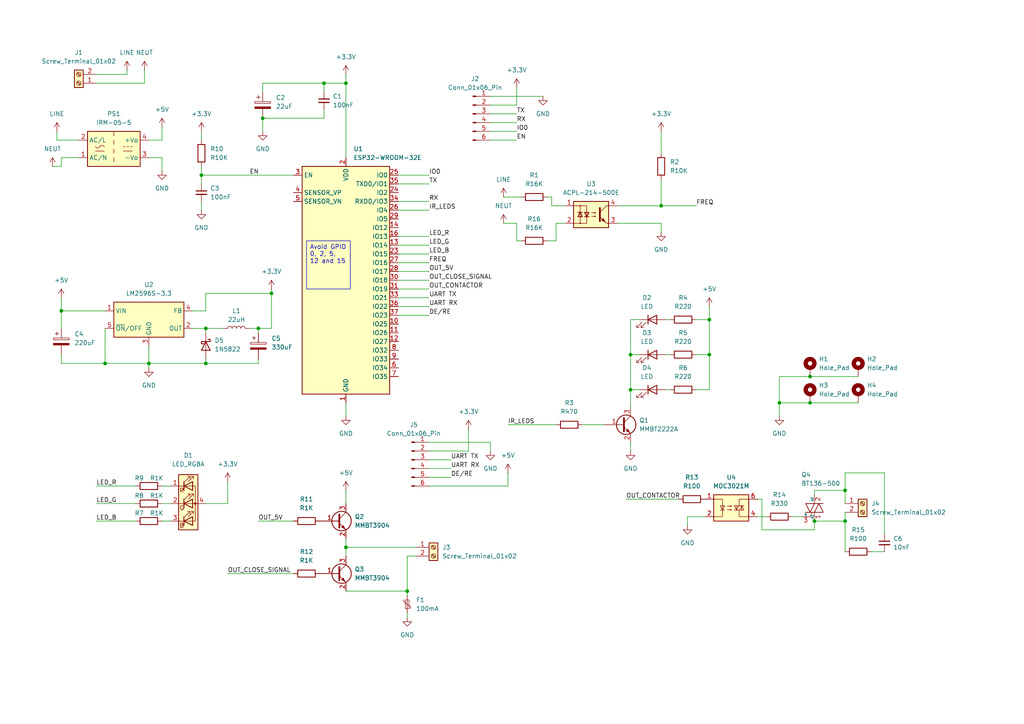
<source format=kicad_sch>
(kicad_sch (version 20231120) (generator "eeschema") (generator_version "8.0")
  (paper "A4")
  (lib_symbols
    (symbol "Connector:Conn_01x06_Pin" (pin_names (offset 1.016) hide)
      (property "Reference" "J" (at 0 7.62 0))
      (property "Value" "Conn_01x06_Pin" (at 0 -10.16 0))
      (symbol "Conn_01x06_Pin_1_1"
        (pin passive line (at 5.08 5.08 180) (length 3.81) (name "Pin_1") (number "1"))
        (pin passive line (at 5.08 2.54 180) (length 3.81) (name "Pin_2") (number "2"))
        (pin passive line (at 5.08 0 180) (length 3.81) (name "Pin_3") (number "3"))
        (pin passive line (at 5.08 -2.54 180) (length 3.81) (name "Pin_4") (number "4"))
        (pin passive line (at 5.08 -5.08 180) (length 3.81) (name "Pin_5") (number "5"))
        (pin passive line (at 5.08 -7.62 180) (length 3.81) (name "Pin_6") (number "6"))
      )
    )
    (symbol "Connector:Screw_Terminal_01x02" (pin_names (offset 1.016) hide)
      (property "Reference" "J" (at 0 2.54 0))
      (property "Value" "Screw_Terminal_01x02" (at 0 -5.08 0))
      (symbol "Screw_Terminal_01x02_1_1"
        (pin passive line (at -5.08 0 0) (length 3.81) (name "Pin_1") (number "1"))
        (pin passive line (at -5.08 -2.54 0) (length 3.81) (name "Pin_2") (number "2"))
      )
    )
    (symbol "Converter_ACDC:IRM-05-5"
      (property "Reference" "PS" (at 0 6.35 0))
      (property "Value" "IRM-05-5" (at 0 -6.35 0))
      (symbol "IRM-05-5_1_1"
        (pin power_in line (at -10.16 -2.54 0) (length 2.54) (name "AC/N") (number "1"))
        (pin power_in line (at -10.16 2.54 0) (length 2.54) (name "AC/L") (number "2"))
        (pin power_out line (at 10.16 -2.54 180) (length 2.54) (name "-Vo") (number "3"))
        (pin power_out line (at 10.16 2.54 180) (length 2.54) (name "+Vo") (number "4"))
      )
    )
    (symbol "Device:C_Polarized" (pin_numbers hide) (pin_names (offset 0.254))
      (property "Reference" "C" (at 0.635 2.54 0))
      (property "Value" "C_Polarized" (at 0.635 -2.54 0))
      (symbol "C_Polarized_1_1"
        (pin passive line (at 0 3.81 270) (length 2.794) (name "~") (number "1"))
        (pin passive line (at 0 -3.81 90) (length 2.794) (name "~") (number "2"))
      )
    )
    (symbol "Device:C_Small" (pin_numbers hide) (pin_names (offset 0.254) hide)
      (property "Reference" "C" (at 0.254 1.778 0))
      (property "Value" "C_Small" (at 0.254 -2.032 0))
      (symbol "C_Small_1_1"
        (pin passive line (at 0 2.54 270) (length 2.032) (name "~") (number "1"))
        (pin passive line (at 0 -2.54 90) (length 2.032) (name "~") (number "2"))
      )
    )
    (symbol "Device:L" (pin_numbers hide) (pin_names (offset 1.016) hide)
      (property "Reference" "L" (at -1.27 0 90))
      (property "Value" "L" (at 1.905 0 90))
      (symbol "L_1_1"
        (pin passive line (at 0 3.81 270) (length 1.27) (name "1") (number "1"))
        (pin passive line (at 0 -3.81 90) (length 1.27) (name "2") (number "2"))
      )
    )
    (symbol "Device:LED" (pin_numbers hide) (pin_names (offset 1.016) hide)
      (property "Reference" "D" (at 0 2.54 0))
      (property "Value" "LED" (at 0 -2.54 0))
      (symbol "LED_1_1"
        (pin passive line (at -3.81 0 0) (length 2.54) (name "K") (number "1"))
        (pin passive line (at 3.81 0 180) (length 2.54) (name "A") (number "2"))
      )
    )
    (symbol "Device:LED_RGBA" (pin_names (offset 0) hide)
      (property "Reference" "D" (at 0 9.398 0))
      (property "Value" "LED_RGBA" (at 0 -8.89 0))
      (symbol "LED_RGBA_0_0"
        (text "B" (at -1.905 -6.35 0) (effects (font (size 1.27 1.27))))
        (text "G" (at -1.905 -1.27 0) (effects (font (size 1.27 1.27))))
        (text "R" (at -1.905 3.81 0) (effects (font (size 1.27 1.27))))
      )
      (symbol "LED_RGBA_1_1"
        (pin passive line (at -5.08 5.08 0) (length 2.54) (name "RK") (number "1"))
        (pin passive line (at -5.08 0 0) (length 2.54) (name "GK") (number "2"))
        (pin passive line (at -5.08 -5.08 0) (length 2.54) (name "BK") (number "3"))
        (pin passive line (at 5.08 0 180) (length 2.54) (name "A") (number "4"))
      )
    )
    (symbol "Device:Polyfuse_Small" (pin_numbers hide) (pin_names (offset 0))
      (property "Reference" "F" (at -1.905 0 90))
      (property "Value" "Polyfuse_Small" (at 1.905 0 90))
      (symbol "Polyfuse_Small_1_1"
        (pin passive line (at 0 2.54 270) (length 0.635) (name "~") (number "1"))
        (pin passive line (at 0 -2.54 90) (length 0.635) (name "~") (number "2"))
      )
    )
    (symbol "Device:R" (pin_numbers hide) (pin_names (offset 0))
      (property "Reference" "R" (at 2.032 0 90))
      (property "Value" "R" (at 0 0 90))
      (symbol "R_1_1"
        (pin passive line (at 0 3.81 270) (length 1.27) (name "~") (number "1"))
        (pin passive line (at 0 -3.81 90) (length 1.27) (name "~") (number "2"))
      )
    )
    (symbol "Diode:1N5822" (pin_numbers hide) (pin_names (offset 1.016) hide)
      (property "Reference" "D" (at 0 2.54 0))
      (property "Value" "1N5822" (at 0 -2.54 0))
      (symbol "1N5822_1_1"
        (pin passive line (at -3.81 0 0) (length 2.54) (name "K") (number "1"))
        (pin passive line (at 3.81 0 180) (length 2.54) (name "A") (number "2"))
      )
    )
    (symbol "Isolator:ACPL-214-500E" (pin_names (offset 1.016))
      (property "Reference" "U" (at -5.08 5.08 0))
      (property "Value" "ACPL-214-500E" (at 0 5.08 0))
      (symbol "ACPL-214-500E_1_1"
        (pin passive line (at -7.62 2.54 0) (length 2.54) (name "~") (number "1"))
        (pin passive line (at -7.62 -2.54 0) (length 2.54) (name "~") (number "2"))
        (pin passive line (at 7.62 -2.54 180) (length 2.54) (name "~") (number "3"))
        (pin passive line (at 7.62 2.54 180) (length 2.54) (name "~") (number "4"))
      )
    )
    (symbol "Mechanical:MountingHole_Pad" (pin_numbers hide) (pin_names (offset 1.016) hide) (exclude_from_sim yes) (in_bom no)
      (property "Reference" "H" (at 0 6.35 0))
      (property "Value" "MountingHole_Pad" (at 0 4.445 0))
      (symbol "MountingHole_Pad_1_1"
        (pin input line (at 0 -2.54 90) (length 2.54) (name "1") (number "1"))
      )
    )
    (symbol "RF_Module:ESP32-WROOM-32E"
      (property "Reference" "U" (at -12.7 34.29 0))
      (property "Value" "ESP32-WROOM-32E" (at 1.27 34.29 0))
      (symbol "ESP32-WROOM-32E_1_1"
        (pin power_in line (at 0 -35.56 90) (length 2.54) (name "GND") (number "1"))
        (pin bidirectional line (at 15.24 -12.7 180) (length 2.54) (name "IO25") (number "10"))
        (pin bidirectional line (at 15.24 -15.24 180) (length 2.54) (name "IO26") (number "11"))
        (pin bidirectional line (at 15.24 -17.78 180) (length 2.54) (name "IO27") (number "12"))
        (pin bidirectional line (at 15.24 10.16 180) (length 2.54) (name "IO14") (number "13"))
        (pin bidirectional line (at 15.24 15.24 180) (length 2.54) (name "IO12") (number "14"))
        (pin passive line (at 0 -35.56 90) (length 2.54) hide (name "GND") (number "15"))
        (pin bidirectional line (at 15.24 12.7 180) (length 2.54) (name "IO13") (number "16"))
        (pin no_connect line (at -12.7 -5.08 0) (length 2.54) hide (name "NC") (number "17"))
        (pin no_connect line (at -12.7 -7.62 0) (length 2.54) hide (name "NC") (number "18"))
        (pin no_connect line (at -12.7 -12.7 0) (length 2.54) hide (name "NC") (number "19"))
        (pin power_in line (at 0 35.56 270) (length 2.54) (name "VDD") (number "2"))
        (pin no_connect line (at -12.7 -10.16 0) (length 2.54) hide (name "NC") (number "20"))
        (pin no_connect line (at -12.7 0 0) (length 2.54) hide (name "NC") (number "21"))
        (pin no_connect line (at -12.7 -2.54 0) (length 2.54) hide (name "NC") (number "22"))
        (pin bidirectional line (at 15.24 7.62 180) (length 2.54) (name "IO15") (number "23"))
        (pin bidirectional line (at 15.24 25.4 180) (length 2.54) (name "IO2") (number "24"))
        (pin bidirectional line (at 15.24 30.48 180) (length 2.54) (name "IO0") (number "25"))
        (pin bidirectional line (at 15.24 20.32 180) (length 2.54) (name "IO4") (number "26"))
        (pin bidirectional line (at 15.24 5.08 180) (length 2.54) (name "IO16") (number "27"))
        (pin bidirectional line (at 15.24 2.54 180) (length 2.54) (name "IO17") (number "28"))
        (pin bidirectional line (at 15.24 17.78 180) (length 2.54) (name "IO5") (number "29"))
        (pin input line (at -15.24 30.48 0) (length 2.54) (name "EN") (number "3"))
        (pin bidirectional line (at 15.24 0 180) (length 2.54) (name "IO18") (number "30"))
        (pin bidirectional line (at 15.24 -2.54 180) (length 2.54) (name "IO19") (number "31"))
        (pin no_connect line (at -12.7 -27.94 0) (length 2.54) hide (name "NC") (number "32"))
        (pin bidirectional line (at 15.24 -5.08 180) (length 2.54) (name "IO21") (number "33"))
        (pin bidirectional line (at 15.24 22.86 180) (length 2.54) (name "RXD0/IO3") (number "34"))
        (pin bidirectional line (at 15.24 27.94 180) (length 2.54) (name "TXD0/IO1") (number "35"))
        (pin bidirectional line (at 15.24 -7.62 180) (length 2.54) (name "IO22") (number "36"))
        (pin bidirectional line (at 15.24 -10.16 180) (length 2.54) (name "IO23") (number "37"))
        (pin passive line (at 0 -35.56 90) (length 2.54) hide (name "GND") (number "38"))
        (pin passive line (at 0 -35.56 90) (length 2.54) hide (name "GND") (number "39"))
        (pin input line (at -15.24 25.4 0) (length 2.54) (name "SENSOR_VP") (number "4"))
        (pin input line (at -15.24 22.86 0) (length 2.54) (name "SENSOR_VN") (number "5"))
        (pin input line (at 15.24 -25.4 180) (length 2.54) (name "IO34") (number "6"))
        (pin input line (at 15.24 -27.94 180) (length 2.54) (name "IO35") (number "7"))
        (pin bidirectional line (at 15.24 -20.32 180) (length 2.54) (name "IO32") (number "8"))
        (pin bidirectional line (at 15.24 -22.86 180) (length 2.54) (name "IO33") (number "9"))
      )
    )
    (symbol "Regulator_Switching:LM2596S-3.3"
      (property "Reference" "U" (at -10.16 6.35 0))
      (property "Value" "LM2596S-3.3" (at 0 6.35 0))
      (symbol "LM2596S-3.3_1_1"
        (pin power_in line (at -12.7 2.54 0) (length 2.54) (name "VIN") (number "1"))
        (pin output line (at 12.7 -2.54 180) (length 2.54) (name "OUT") (number "2"))
        (pin power_in line (at 0 -7.62 90) (length 2.54) (name "GND") (number "3"))
        (pin input line (at 12.7 2.54 180) (length 2.54) (name "FB") (number "4"))
        (pin input line (at -12.7 -2.54 0) (length 2.54) (name "~{ON}/OFF") (number "5"))
      )
    )
    (symbol "Relay_SolidState:MOC3021M"
      (property "Reference" "U" (at -5.334 4.826 0))
      (property "Value" "MOC3021M" (at 0 5.08 0))
      (symbol "MOC3021M_1_1"
        (pin passive line (at -7.62 2.54 0) (length 2.54) (name "~") (number "1"))
        (pin passive line (at -7.62 -2.54 0) (length 2.54) (name "~") (number "2"))
        (pin no_connect line (at -5.08 0 0) (length 2.54) hide (name "NC") (number "3"))
        (pin passive line (at 7.62 -2.54 180) (length 2.54) (name "~") (number "4"))
        (pin no_connect line (at 5.08 0 180) (length 2.54) hide (name "NC") (number "5"))
        (pin passive line (at 7.62 2.54 180) (length 2.54) (name "~") (number "6"))
      )
    )
    (symbol "Transistor_BJT:MMBT2222A" (pin_names (offset 0) hide)
      (property "Reference" "Q" (at 5.08 1.905 0))
      (property "Value" "MMBT2222A" (at 5.08 0 0))
      (symbol "MMBT2222A_1_1"
        (pin input line (at -5.08 0 0) (length 5.715) (name "B") (number "1"))
        (pin passive line (at 2.54 -5.08 90) (length 2.54) (name "E") (number "2"))
        (pin passive line (at 2.54 5.08 270) (length 2.54) (name "C") (number "3"))
      )
    )
    (symbol "Transistor_BJT:MMBT3904" (pin_names (offset 0) hide)
      (property "Reference" "Q" (at 5.08 1.905 0))
      (property "Value" "MMBT3904" (at 5.08 0 0))
      (symbol "MMBT3904_1_1"
        (pin input line (at -5.08 0 0) (length 5.715) (name "B") (number "1"))
        (pin passive line (at 2.54 -5.08 90) (length 2.54) (name "E") (number "2"))
        (pin passive line (at 2.54 5.08 270) (length 2.54) (name "C") (number "3"))
      )
    )
    (symbol "Triac_Thyristor:BT136-500" (pin_names (offset 0))
      (property "Reference" "Q" (at 5.08 1.905 0))
      (property "Value" "BT136-500" (at 5.08 0 0))
      (symbol "BT136-500_1_1"
        (pin passive line (at 0 -3.81 90) (length 2.54) (name "A1") (number "1"))
        (pin passive line (at 0 3.81 270) (length 2.54) (name "A2") (number "2"))
        (pin input line (at -3.81 -2.54 0) (length 2.54) (name "G") (number "3"))
      )
    )
    (symbol "power:+3.3V" (power) (pin_numbers hide) (pin_names (offset 0) hide)
      (property "Value" "+3.3V" (at 0 3.556 0))
      (symbol "+3.3V_1_1"
        (pin power_in line (at 0 0 90) (length 0) (name "~") (number "1"))
      )
    )
    (symbol "power:+5V" (power) (pin_numbers hide) (pin_names (offset 0) hide)
      (property "Value" "+5V" (at 0 3.556 0))
      (symbol "+5V_1_1"
        (pin power_in line (at 0 0 90) (length 0) (name "~") (number "1"))
      )
    )
    (symbol "power:GND" (power) (pin_numbers hide) (pin_names (offset 0) hide)
      (property "Value" "GND" (at 0 -3.81 0))
      (symbol "GND_1_1"
        (pin power_in line (at 0 0 270) (length 0) (name "~") (number "1"))
      )
    )
    (symbol "power:LINE" (power) (pin_numbers hide) (pin_names (offset 0) hide)
      (property "Value" "LINE" (at 0 3.556 0))
      (symbol "LINE_1_1"
        (pin power_in line (at 0 0 90) (length 0) (name "~") (number "1"))
      )
    )
    (symbol "power:NEUT" (power) (pin_numbers hide) (pin_names (offset 0) hide)
      (property "Value" "NEUT" (at 0 3.556 0))
      (symbol "NEUT_1_1"
        (pin power_in line (at 0 0 90) (length 0) (name "~") (number "1"))
      )
    )
  )
  (junction (at 234.95 109.22))
  (junction (at 100.33 158.75))
  (junction (at 191.77 59.69))
  (junction (at 93.98 24.13))
  (junction (at 30.48 105.41))
  (junction (at 78.74 85.09))
  (junction (at 58.42 50.8))
  (junction (at 182.88 113.03))
  (junction (at 76.2 34.29))
  (junction (at 245.11 142.24))
  (junction (at 182.88 102.87))
  (junction (at 234.95 116.84))
  (junction (at 43.18 105.41))
  (junction (at 245.11 151.13))
  (junction (at 74.93 95.25))
  (junction (at 59.69 95.25))
  (junction (at 59.69 105.41))
  (junction (at 17.78 90.17))
  (junction (at 205.74 92.71))
  (junction (at 100.33 24.13))
  (junction (at 205.74 102.87))
  (junction (at 226.06 116.84))
  (junction (at 236.22 151.13))
  (junction (at 118.11 171.45))
  (wire (pts (xy 124.46 138.43) (xy 130.81 138.43)))
  (wire (pts (xy 161.29 69.85) (xy 161.29 64.77)))
  (wire (pts (xy 252.73 160.02) (xy 256.54 160.02)))
  (wire (pts (xy 17.78 48.26) (xy 17.78 45.72)))
  (wire (pts (xy 115.57 71.12) (xy 124.46 71.12)))
  (wire (pts (xy 182.88 92.71) (xy 182.88 102.87)))
  (wire (pts (xy 46.99 146.05) (xy 49.53 146.05)))
  (wire (pts (xy 179.07 59.69) (xy 191.77 59.69)))
  (wire (pts (xy 76.2 34.29) (xy 76.2 38.1)))
  (wire (pts (xy 46.99 151.13) (xy 49.53 151.13)))
  (wire (pts (xy 205.74 102.87) (xy 205.74 113.03)))
  (wire (pts (xy 100.33 24.13) (xy 100.33 45.72)))
  (wire (pts (xy 100.33 158.75) (xy 100.33 161.29)))
  (wire (pts (xy 245.11 137.16) (xy 245.11 142.24)))
  (wire (pts (xy 182.88 113.03) (xy 185.42 113.03)))
  (wire (pts (xy 43.18 100.33) (xy 43.18 105.41)))
  (wire (pts (xy 43.18 40.64) (xy 46.99 40.64)))
  (wire (pts (xy 27.94 24.13) (xy 41.91 24.13)))
  (wire (pts (xy 142.24 128.27) (xy 142.24 130.81)))
  (wire (pts (xy 219.71 144.78) (xy 220.98 144.78)))
  (wire (pts (xy 93.98 24.13) (xy 93.98 26.67)))
  (wire (pts (xy 100.33 171.45) (xy 118.11 171.45)))
  (wire (pts (xy 124.46 128.27) (xy 142.24 128.27)))
  (wire (pts (xy 142.24 40.64) (xy 149.86 40.64)))
  (wire (pts (xy 201.93 102.87) (xy 205.74 102.87)))
  (wire (pts (xy 17.78 105.41) (xy 17.78 102.87)))
  (wire (pts (xy 147.32 123.19) (xy 161.29 123.19)))
  (wire (pts (xy 205.74 113.03) (xy 201.93 113.03)))
  (wire (pts (xy 220.98 144.78) (xy 220.98 153.67)))
  (wire (pts (xy 191.77 64.77) (xy 191.77 67.31)))
  (wire (pts (xy 118.11 171.45) (xy 118.11 172.72)))
  (wire (pts (xy 27.94 146.05) (xy 39.37 146.05)))
  (wire (pts (xy 115.57 83.82) (xy 124.46 83.82)))
  (wire (pts (xy 74.93 151.13) (xy 85.09 151.13)))
  (wire (pts (xy 58.42 48.26) (xy 58.42 50.8)))
  (wire (pts (xy 46.99 45.72) (xy 46.99 49.53)))
  (wire (pts (xy 30.48 105.41) (xy 43.18 105.41)))
  (wire (pts (xy 185.42 92.71) (xy 182.88 92.71)))
  (wire (pts (xy 205.74 88.9) (xy 205.74 92.71)))
  (wire (pts (xy 58.42 50.8) (xy 58.42 53.34)))
  (wire (pts (xy 160.02 59.69) (xy 163.83 59.69)))
  (wire (pts (xy 115.57 81.28) (xy 124.46 81.28)))
  (wire (pts (xy 17.78 45.72) (xy 22.86 45.72)))
  (wire (pts (xy 17.78 86.36) (xy 17.78 90.17)))
  (wire (pts (xy 55.88 95.25) (xy 59.69 95.25)))
  (wire (pts (xy 27.94 151.13) (xy 39.37 151.13)))
  (wire (pts (xy 256.54 137.16) (xy 245.11 137.16)))
  (wire (pts (xy 74.93 104.14) (xy 74.93 105.41)))
  (wire (pts (xy 58.42 58.42) (xy 58.42 60.96)))
  (wire (pts (xy 191.77 59.69) (xy 191.77 52.07)))
  (wire (pts (xy 17.78 105.41) (xy 30.48 105.41)))
  (wire (pts (xy 124.46 133.35) (xy 130.81 133.35)))
  (wire (pts (xy 118.11 177.8) (xy 118.11 179.07)))
  (wire (pts (xy 66.04 166.37) (xy 85.09 166.37)))
  (wire (pts (xy 100.33 116.84) (xy 100.33 120.65)))
  (wire (pts (xy 149.86 69.85) (xy 149.86 64.77)))
  (wire (pts (xy 193.04 102.87) (xy 194.31 102.87)))
  (wire (pts (xy 201.93 92.71) (xy 205.74 92.71)))
  (wire (pts (xy 115.57 60.96) (xy 124.46 60.96)))
  (wire (pts (xy 115.57 73.66) (xy 124.46 73.66)))
  (wire (pts (xy 58.42 50.8) (xy 85.09 50.8)))
  (wire (pts (xy 226.06 109.22) (xy 226.06 116.84)))
  (wire (pts (xy 17.78 95.25) (xy 17.78 90.17)))
  (wire (pts (xy 142.24 30.48) (xy 149.86 30.48)))
  (wire (pts (xy 74.93 95.25) (xy 74.93 96.52)))
  (wire (pts (xy 30.48 95.25) (xy 30.48 105.41)))
  (wire (pts (xy 236.22 151.13) (xy 245.11 151.13)))
  (wire (pts (xy 59.69 146.05) (xy 66.04 146.05)))
  (wire (pts (xy 245.11 151.13) (xy 245.11 160.02)))
  (wire (pts (xy 124.46 140.97) (xy 147.32 140.97)))
  (wire (pts (xy 115.57 78.74) (xy 124.46 78.74)))
  (wire (pts (xy 59.69 105.41) (xy 43.18 105.41)))
  (wire (pts (xy 142.24 27.94) (xy 157.48 27.94)))
  (wire (pts (xy 59.69 96.52) (xy 59.69 95.25)))
  (wire (pts (xy 135.89 124.46) (xy 135.89 130.81)))
  (wire (pts (xy 118.11 161.29) (xy 118.11 171.45)))
  (wire (pts (xy 229.87 149.86) (xy 232.41 149.86)))
  (wire (pts (xy 27.94 140.97) (xy 39.37 140.97)))
  (wire (pts (xy 78.74 85.09) (xy 78.74 95.25)))
  (wire (pts (xy 236.22 142.24) (xy 236.22 143.51)))
  (wire (pts (xy 100.33 158.75) (xy 120.65 158.75)))
  (wire (pts (xy 115.57 50.8) (xy 124.46 50.8)))
  (wire (pts (xy 149.86 30.48) (xy 149.86 25.4)))
  (wire (pts (xy 43.18 105.41) (xy 43.18 106.68)))
  (wire (pts (xy 100.33 156.21) (xy 100.33 158.75)))
  (wire (pts (xy 182.88 102.87) (xy 182.88 113.03)))
  (wire (pts (xy 46.99 40.64) (xy 46.99 36.83)))
  (wire (pts (xy 115.57 76.2) (xy 124.46 76.2)))
  (wire (pts (xy 236.22 153.67) (xy 236.22 151.13)))
  (wire (pts (xy 168.91 123.19) (xy 175.26 123.19)))
  (wire (pts (xy 182.88 102.87) (xy 185.42 102.87)))
  (wire (pts (xy 59.69 85.09) (xy 78.74 85.09)))
  (wire (pts (xy 59.69 104.14) (xy 59.69 105.41)))
  (wire (pts (xy 151.13 57.15) (xy 146.05 57.15)))
  (wire (pts (xy 149.86 69.85) (xy 151.13 69.85)))
  (wire (pts (xy 58.42 38.1) (xy 58.42 40.64)))
  (wire (pts (xy 59.69 95.25) (xy 64.77 95.25)))
  (wire (pts (xy 226.06 116.84) (xy 234.95 116.84)))
  (wire (pts (xy 55.88 90.17) (xy 59.69 90.17)))
  (wire (pts (xy 115.57 86.36) (xy 124.46 86.36)))
  (wire (pts (xy 182.88 128.27) (xy 182.88 130.81)))
  (wire (pts (xy 149.86 64.77) (xy 146.05 64.77)))
  (wire (pts (xy 41.91 20.32) (xy 41.91 24.13)))
  (wire (pts (xy 161.29 64.77) (xy 163.83 64.77)))
  (wire (pts (xy 78.74 83.82) (xy 78.74 85.09)))
  (wire (pts (xy 17.78 90.17) (xy 30.48 90.17)))
  (wire (pts (xy 115.57 58.42) (xy 124.46 58.42)))
  (wire (pts (xy 245.11 142.24) (xy 236.22 142.24)))
  (wire (pts (xy 142.24 33.02) (xy 149.86 33.02)))
  (wire (pts (xy 76.2 24.13) (xy 93.98 24.13)))
  (wire (pts (xy 199.39 149.86) (xy 199.39 152.4)))
  (wire (pts (xy 115.57 68.58) (xy 124.46 68.58)))
  (wire (pts (xy 124.46 135.89) (xy 130.81 135.89)))
  (wire (pts (xy 16.51 40.64) (xy 22.86 40.64)))
  (wire (pts (xy 124.46 130.81) (xy 135.89 130.81)))
  (wire (pts (xy 191.77 59.69) (xy 201.93 59.69)))
  (wire (pts (xy 245.11 148.59) (xy 245.11 151.13)))
  (wire (pts (xy 115.57 91.44) (xy 124.46 91.44)))
  (wire (pts (xy 15.24 48.26) (xy 17.78 48.26)))
  (wire (pts (xy 193.04 92.71) (xy 194.31 92.71)))
  (wire (pts (xy 74.93 105.41) (xy 59.69 105.41)))
  (wire (pts (xy 16.51 38.1) (xy 16.51 40.64)))
  (wire (pts (xy 93.98 31.75) (xy 93.98 34.29)))
  (wire (pts (xy 181.61 144.78) (xy 196.85 144.78)))
  (wire (pts (xy 43.18 45.72) (xy 46.99 45.72)))
  (wire (pts (xy 193.04 113.03) (xy 194.31 113.03)))
  (wire (pts (xy 205.74 92.71) (xy 205.74 102.87)))
  (wire (pts (xy 74.93 95.25) (xy 78.74 95.25)))
  (wire (pts (xy 220.98 153.67) (xy 236.22 153.67)))
  (wire (pts (xy 245.11 146.05) (xy 245.11 142.24)))
  (wire (pts (xy 27.94 21.59) (xy 36.83 21.59)))
  (wire (pts (xy 115.57 88.9) (xy 124.46 88.9)))
  (wire (pts (xy 76.2 34.29) (xy 93.98 34.29)))
  (wire (pts (xy 142.24 38.1) (xy 149.86 38.1)))
  (wire (pts (xy 36.83 20.32) (xy 36.83 21.59)))
  (wire (pts (xy 226.06 116.84) (xy 226.06 120.65)))
  (wire (pts (xy 179.07 64.77) (xy 191.77 64.77)))
  (wire (pts (xy 191.77 38.1) (xy 191.77 44.45)))
  (wire (pts (xy 142.24 35.56) (xy 149.86 35.56)))
  (wire (pts (xy 158.75 69.85) (xy 161.29 69.85)))
  (wire (pts (xy 100.33 142.24) (xy 100.33 146.05)))
  (wire (pts (xy 234.95 116.84) (xy 248.92 116.84)))
  (wire (pts (xy 115.57 53.34) (xy 124.46 53.34)))
  (wire (pts (xy 160.02 57.15) (xy 160.02 59.69)))
  (wire (pts (xy 46.99 140.97) (xy 49.53 140.97)))
  (wire (pts (xy 147.32 137.16) (xy 147.32 140.97)))
  (wire (pts (xy 100.33 21.59) (xy 100.33 24.13)))
  (wire (pts (xy 158.75 57.15) (xy 160.02 57.15)))
  (wire (pts (xy 100.33 24.13) (xy 93.98 24.13)))
  (wire (pts (xy 234.95 109.22) (xy 248.92 109.22)))
  (wire (pts (xy 66.04 139.7) (xy 66.04 146.05)))
  (wire (pts (xy 234.95 109.22) (xy 226.06 109.22)))
  (wire (pts (xy 219.71 149.86) (xy 222.25 149.86)))
  (wire (pts (xy 72.39 95.25) (xy 74.93 95.25)))
  (wire (pts (xy 59.69 90.17) (xy 59.69 85.09)))
  (wire (pts (xy 182.88 113.03) (xy 182.88 118.11)))
  (wire (pts (xy 256.54 154.94) (xy 256.54 137.16)))
  (wire (pts (xy 118.11 161.29) (xy 120.65 161.29)))
  (wire (pts (xy 76.2 26.67) (xy 76.2 24.13)))
  (wire (pts (xy 204.47 149.86) (xy 199.39 149.86)))
  (text_box "Avoid GPIO 0, 2, 5, 12 and 15" (at 88.9 69.85 0) (size 12.7 13.97) (effects (font (size 1.27 1.27)) (justify left top)))
  (label "LED_G" (at 124.46 71.12 0))
  (label "OUT_CLOSE_SIGNAL" (at 66.04 166.37 0))
  (label "UART RX" (at 124.46 88.9 0))
  (label "UART RX" (at 130.81 135.89 0))
  (label "OUT_5V" (at 74.93 151.13 0))
  (label "TX" (at 149.86 33.02 0))
  (label "IR_LEDS" (at 124.46 60.96 0))
  (label "LED_R" (at 124.46 68.58 0))
  (label "UART TX" (at 124.46 86.36 0))
  (label "IR_LEDS" (at 147.32 123.19 0))
  (label "OUT_5V" (at 124.46 78.74 0))
  (label "LED_B" (at 124.46 73.66 0))
  (label "RX" (at 149.86 35.56 0))
  (label "EN" (at 149.86 40.64 0))
  (label "UART TX" (at 130.81 133.35 0))
  (label "TX" (at 124.46 53.34 0))
  (label "DE{slash}RE" (at 124.46 91.44 0))
  (label "LED_G" (at 27.94 146.05 0))
  (label "LED_R" (at 27.94 140.97 0))
  (label "DE{slash}RE" (at 130.81 138.43 0))
  (label "RX" (at 124.46 58.42 0))
  (label "FREQ" (at 201.93 59.69 0))
  (label "IO0" (at 149.86 38.1 0))
  (label "OUT_CONTACTOR" (at 181.61 144.78 0))
  (label "OUT_CONTACTOR" (at 124.46 83.82 0))
  (label "OUT_CLOSE_SIGNAL" (at 124.46 81.28 0))
  (label "IO0" (at 124.46 50.8 0))
  (label "EN" (at 72.39 50.8 0))
  (label "LED_B" (at 27.94 151.13 0))
  (label "FREQ" (at 124.46 76.2 0))
  (symbol (lib_id "Device:R") (at 198.12 92.71 90) (unit 1)
    (property "Reference" "R4" (at 198.12 86.36 90))
    (property "Value" "R220" (at 198.12 88.9 90))
    (property "Footprint" "Resistor_SMD:R_0402_1005Metric_Pad0.72x0.64mm_HandSolder" (effects (hide yes)))
    (property "Description" "Resistor" (effects (hide yes)))
  )
  (symbol (lib_id "power:GND") (at 142.24 130.81 0) (unit 1)
    (property "Reference" "#PWR027" (effects (hide yes)))
    (property "Value" "GND" (at 142.24 135.89 0))
    (property "Description" "Power symbol creates a global label with name \"GND\" , ground" (effects (hide yes)))
  )
  (symbol (lib_id "Device:R") (at 198.12 102.87 90) (unit 1)
    (property "Reference" "R5" (at 198.12 96.52 90))
    (property "Value" "R220" (at 198.12 99.06 90))
    (property "Footprint" "Resistor_SMD:R_0402_1005Metric_Pad0.72x0.64mm_HandSolder" (effects (hide yes)))
    (property "Description" "Resistor" (effects (hide yes)))
  )
  (symbol (lib_id "Device:LED") (at 189.23 113.03 0) (unit 1)
    (property "Reference" "D4" (at 187.6425 106.68 0))
    (property "Value" "LED" (at 187.6425 109.22 0))
    (property "Footprint" "LED_THT:LED_D5.0mm" (effects (hide yes)))
    (property "Description" "Light emitting diode" (effects (hide yes)))
  )
  (symbol (lib_id "Device:C_Small") (at 93.98 29.21 0) (unit 1)
    (property "Reference" "C1" (at 96.52 27.9462 0) (effects (justify left)))
    (property "Value" "100nF" (at 96.52 30.4862 0) (effects (justify left)))
    (property "Footprint" "Capacitor_SMD:C_0402_1005Metric_Pad0.74x0.62mm_HandSolder" (effects (hide yes)))
    (property "Description" "Unpolarized capacitor, small symbol" (effects (hide yes)))
  )
  (symbol (lib_id "Device:R") (at 154.94 57.15 90) (unit 1)
    (property "Reference" "R1" (at 154.94 50.8 90))
    (property "Value" "R16K" (at 154.94 53.34 90))
    (property "Footprint" "Resistor_SMD:R_2512_6332Metric_Pad1.40x3.35mm_HandSolder" (effects (hide yes)))
    (property "Description" "Resistor" (effects (hide yes)))
  )
  (symbol (lib_id "power:GND") (at 46.99 49.53 0) (unit 1)
    (property "Reference" "#PWR07" (effects (hide yes)))
    (property "Value" "GND" (at 46.99 54.61 0))
    (property "Description" "Power symbol creates a global label with name \"GND\" , ground" (effects (hide yes)))
  )
  (symbol (lib_id "Mechanical:MountingHole_Pad") (at 234.95 114.3 0) (unit 1) (exclude_from_sim yes) (in_bom no)
    (property "Reference" "H3" (at 237.49 111.7599 0) (effects (justify left)))
    (property "Value" "Hole_Pad" (at 237.49 114.2999 0) (effects (justify left)))
    (property "Footprint" "MountingHole:MountingHole_3.2mm_M3_Pad_Via" (effects (hide yes)))
    (property "Description" "Mounting Hole with connection" (effects (hide yes)))
  )
  (symbol (lib_id "power:GND") (at 226.06 120.65 0) (unit 1)
    (property "Reference" "#PWR030" (effects (hide yes)))
    (property "Value" "GND" (at 226.06 125.73 0))
    (property "Description" "Power symbol creates a global label with name \"GND\" , ground" (effects (hide yes)))
  )
  (symbol (lib_id "power:+5V") (at 100.33 142.24 0) (unit 1)
    (property "Reference" "#PWR025" (effects (hide yes)))
    (property "Value" "+5V" (at 100.33 137.16 0))
    (property "Description" "Power symbol creates a global label with name \"+5V\"" (effects (hide yes)))
  )
  (symbol (lib_id "Device:R") (at 198.12 113.03 90) (unit 1)
    (property "Reference" "R6" (at 198.12 106.68 90))
    (property "Value" "R220" (at 198.12 109.22 90))
    (property "Footprint" "Resistor_SMD:R_0402_1005Metric_Pad0.72x0.64mm_HandSolder" (effects (hide yes)))
    (property "Description" "Resistor" (effects (hide yes)))
  )
  (symbol (lib_id "Connector:Screw_Terminal_01x02") (at 250.19 146.05 0) (unit 1)
    (property "Reference" "J4" (at 252.73 146.0499 0) (effects (justify left)))
    (property "Value" "Screw_Terminal_01x02" (at 252.73 148.5899 0) (effects (justify left)))
    (property "Footprint" "TerminalBlock_Phoenix:TerminalBlock_Phoenix_MKDS-1,5-2_1x02_P5.00mm_Horizontal" (effects (hide yes)))
    (property "Description" "Generic screw terminal, single row, 01x02, script generated (kicad-library-utils/schlib/autogen/connector/)" (effects (hide yes)))
  )
  (symbol (lib_id "Device:C_Polarized") (at 76.2 30.48 0) (unit 1)
    (property "Reference" "C2" (at 80.01 28.3209 0) (effects (justify left)))
    (property "Value" "22uF" (at 80.01 30.8609 0) (effects (justify left)))
    (property "Footprint" "Capacitor_SMD:C_1206_3216Metric_Pad1.33x1.80mm_HandSolder" (effects (hide yes)))
    (property "Description" "Polarized capacitor" (effects (hide yes)))
  )
  (symbol (lib_id "Device:LED") (at 189.23 102.87 0) (unit 1)
    (property "Reference" "D3" (at 187.6425 96.52 0))
    (property "Value" "LED" (at 187.6425 99.06 0))
    (property "Footprint" "LED_THT:LED_D5.0mm" (effects (hide yes)))
    (property "Description" "Light emitting diode" (effects (hide yes)))
  )
  (symbol (lib_id "Device:C_Small") (at 256.54 157.48 0) (unit 1)
    (property "Reference" "C6" (at 259.08 156.2162 0) (effects (justify left)))
    (property "Value" "10nF" (at 259.08 158.7562 0) (effects (justify left)))
    (property "Footprint" "Capacitor_SMD:C_0402_1005Metric_Pad0.74x0.62mm_HandSolder" (effects (hide yes)))
    (property "Description" "Unpolarized capacitor, small symbol" (effects (hide yes)))
  )
  (symbol (lib_id "Device:R") (at 226.06 149.86 90) (unit 1)
    (property "Reference" "R14" (at 226.06 143.51 90))
    (property "Value" "R330" (at 226.06 146.05 90))
    (property "Footprint" "Resistor_SMD:R_0402_1005Metric_Pad0.72x0.64mm_HandSolder" (effects (hide yes)))
    (property "Description" "Resistor" (effects (hide yes)))
  )
  (symbol (lib_id "power:+3.3V") (at 66.04 139.7 0) (unit 1)
    (property "Reference" "#PWR022" (effects (hide yes)))
    (property "Value" "+3.3V" (at 66.04 134.62 0))
    (property "Description" "Power symbol creates a global label with name \"+3.3V\"" (effects (hide yes)))
  )
  (symbol (lib_id "power:GND") (at 43.18 106.68 0) (unit 1)
    (property "Reference" "#PWR06" (effects (hide yes)))
    (property "Value" "GND" (at 43.18 111.76 0))
    (property "Description" "Power symbol creates a global label with name \"GND\" , ground" (effects (hide yes)))
  )
  (symbol (lib_id "Device:R") (at 58.42 44.45 0) (unit 1)
    (property "Reference" "R10" (at 60.96 43.1799 0) (effects (justify left)))
    (property "Value" "R10K" (at 60.96 45.7199 0) (effects (justify left)))
    (property "Footprint" "Resistor_SMD:R_0402_1005Metric_Pad0.72x0.64mm_HandSolder" (effects (hide yes)))
    (property "Description" "Resistor" (effects (hide yes)))
  )
  (symbol (lib_id "power:NEUT") (at 41.91 20.32 0) (unit 1)
    (property "Reference" "#PWR021" (effects (hide yes)))
    (property "Value" "NEUT" (at 41.91 15.24 0))
    (property "Description" "Power symbol creates a global label with name \"NEUT\"" (effects (hide yes)))
  )
  (symbol (lib_id "power:GND") (at 191.77 67.31 0) (unit 1)
    (property "Reference" "#PWR015" (effects (hide yes)))
    (property "Value" "GND" (at 191.77 72.39 0))
    (property "Description" "Power symbol creates a global label with name \"GND\" , ground" (effects (hide yes)))
  )
  (symbol (lib_id "power:+3.3V") (at 191.77 38.1 0) (unit 1)
    (property "Reference" "#PWR014" (effects (hide yes)))
    (property "Value" "+3.3V" (at 191.77 33.02 0))
    (property "Description" "Power symbol creates a global label with name \"+3.3V\"" (effects (hide yes)))
  )
  (symbol (lib_id "Device:R") (at 191.77 48.26 0) (unit 1)
    (property "Reference" "R2" (at 194.31 46.9899 0) (effects (justify left)))
    (property "Value" "R10K" (at 194.31 49.5299 0) (effects (justify left)))
    (property "Footprint" "Resistor_SMD:R_0402_1005Metric_Pad0.72x0.64mm_HandSolder" (effects (hide yes)))
    (property "Description" "Resistor" (effects (hide yes)))
  )
  (symbol (lib_id "power:GND") (at 58.42 60.96 0) (unit 1)
    (property "Reference" "#PWR018" (effects (hide yes)))
    (property "Value" "GND" (at 58.42 66.04 0))
    (property "Description" "Power symbol creates a global label with name \"GND\" , ground" (effects (hide yes)))
  )
  (symbol (lib_id "power:LINE") (at 146.05 57.15 0) (unit 1)
    (property "Reference" "#PWR012" (effects (hide yes)))
    (property "Value" "LINE" (at 146.05 52.07 0))
    (property "Description" "Power symbol creates a global label with name \"LINE\"" (effects (hide yes)))
  )
  (symbol (lib_id "Connector:Screw_Terminal_01x02") (at 125.73 158.75 0) (unit 1)
    (property "Reference" "J3" (at 128.27 158.7499 0) (effects (justify left)))
    (property "Value" "Screw_Terminal_01x02" (at 128.27 161.2899 0) (effects (justify left)))
    (property "Footprint" "TerminalBlock_Phoenix:TerminalBlock_Phoenix_MKDS-1,5-2_1x02_P5.00mm_Horizontal" (effects (hide yes)))
    (property "Description" "Generic screw terminal, single row, 01x02, script generated (kicad-library-utils/schlib/autogen/connector/)" (effects (hide yes)))
  )
  (symbol (lib_id "power:GND") (at 157.48 27.94 0) (unit 1)
    (property "Reference" "#PWR023" (effects (hide yes)))
    (property "Value" "GND" (at 157.48 33.02 0))
    (property "Description" "Power symbol creates a global label with name \"GND\" , ground" (effects (hide yes)))
  )
  (symbol (lib_id "power:NEUT") (at 146.05 64.77 0) (unit 1)
    (property "Reference" "#PWR013" (effects (hide yes)))
    (property "Value" "NEUT" (at 146.05 59.69 0))
    (property "Description" "Power symbol creates a global label with name \"NEUT\"" (effects (hide yes)))
  )
  (symbol (lib_id "Device:LED_RGBA") (at 54.61 146.05 0) (unit 1)
    (property "Reference" "D1" (at 54.61 132.08 0))
    (property "Value" "LED_RGBA" (at 54.61 134.62 0))
    (property "Footprint" "LED_SMD:LED_RGB_Wuerth-PLCC4_3.2x2.8mm_150141M173100" (effects (hide yes)))
    (property "Description" "RGB LED, red/green/blue/anode" (effects (hide yes)))
  )
  (symbol (lib_id "power:+5V") (at 17.78 86.36 0) (unit 1)
    (property "Reference" "#PWR08" (effects (hide yes)))
    (property "Value" "+5V" (at 17.78 81.28 0))
    (property "Description" "Power symbol creates a global label with name \"+5V\"" (effects (hide yes)))
  )
  (symbol (lib_id "Device:R") (at 200.66 144.78 90) (unit 1)
    (property "Reference" "R13" (at 200.66 138.43 90))
    (property "Value" "R100" (at 200.66 140.97 90))
    (property "Footprint" "Resistor_SMD:R_0402_1005Metric_Pad0.72x0.64mm_HandSolder" (effects (hide yes)))
    (property "Description" "Resistor" (effects (hide yes)))
  )
  (symbol (lib_id "power:GND") (at 199.39 152.4 0) (unit 1)
    (property "Reference" "#PWR026" (effects (hide yes)))
    (property "Value" "GND" (at 199.39 157.48 0))
    (property "Description" "Power symbol creates a global label with name \"GND\" , ground" (effects (hide yes)))
  )
  (symbol (lib_id "Device:Polyfuse_Small") (at 118.11 175.26 0) (unit 1)
    (property "Reference" "F1" (at 120.65 173.9899 0) (effects (justify left)))
    (property "Value" "100mA" (at 120.65 176.5299 0) (effects (justify left)))
    (property "Footprint" "Fuse:Fuse_1206_3216Metric_Pad1.42x1.75mm_HandSolder" (effects (hide yes)))
    (property "Description" "Resettable fuse, polymeric positive temperature coefficient, small symbol" (effects (hide yes)))
  )
  (symbol (lib_id "power:LINE") (at 36.83 20.32 0) (unit 1)
    (property "Reference" "#PWR020" (effects (hide yes)))
    (property "Value" "LINE" (at 36.83 15.24 0))
    (property "Description" "Power symbol creates a global label with name \"LINE\"" (effects (hide yes)))
  )
  (symbol (lib_id "Regulator_Switching:LM2596S-3.3") (at 43.18 92.71 0) (unit 1)
    (property "Reference" "U2" (at 43.18 82.55 0))
    (property "Value" "LM2596S-3.3" (at 43.18 85.09 0))
    (property "Footprint" "Package_TO_SOT_SMD:TO-263-5_TabPin3" (effects (hide yes)))
    (property "Datasheet" "http://www.ti.com/lit/ds/symlink/lm2596.pdf" (effects (hide yes)))
    (property "Description" "3.3V 3A Step-Down Voltage Regulator, TO-263" (effects (hide yes)))
  )
  (symbol (lib_id "Transistor_BJT:MMBT3904") (at 97.79 151.13 0) (unit 1)
    (property "Reference" "Q2" (at 102.87 149.8599 0) (effects (justify left)))
    (property "Value" "MMBT3904" (at 102.87 152.3999 0) (effects (justify left)))
    (property "Footprint" "Package_TO_SOT_SMD:SOT-23" (effects (hide yes)))
    (property "Datasheet" "https://www.onsemi.com/pdf/datasheet/pzt3904-d.pdf" (effects (hide yes)))
    (property "Description" "0.2A Ic, 40V Vce, Small Signal NPN Transistor, SOT-23" (effects (hide yes)))
  )
  (symbol (lib_id "Mechanical:MountingHole_Pad") (at 248.92 106.68 0) (unit 1) (exclude_from_sim yes) (in_bom no)
    (property "Reference" "H2" (at 251.46 104.1399 0) (effects (justify left)))
    (property "Value" "Hole_Pad" (at 251.46 106.6799 0) (effects (justify left)))
    (property "Footprint" "MountingHole:MountingHole_3.2mm_M3_Pad_Via" (effects (hide yes)))
    (property "Description" "Mounting Hole with connection" (effects (hide yes)))
  )
  (symbol (lib_id "Device:R") (at 43.18 140.97 90) (unit 1)
    (property "Reference" "R9" (at 40.386 138.684 90))
    (property "Value" "R1K" (at 45.466 138.684 90))
    (property "Footprint" "Resistor_SMD:R_0402_1005Metric_Pad0.72x0.64mm_HandSolder" (effects (hide yes)))
    (property "Description" "Resistor" (effects (hide yes)))
  )
  (symbol (lib_id "Isolator:ACPL-214-500E") (at 171.45 62.23 0) (unit 1)
    (property "Reference" "U3" (at 171.45 53.34 0))
    (property "Value" "ACPL-214-500E" (at 171.45 55.88 0))
    (property "Footprint" "Package_SO:SOP-4_4.4x2.6mm_P1.27mm" (effects (hide yes)))
    (property "Datasheet" "https://docs.broadcom.com/doc/AV02-0469EN" (effects (hide yes)))
    (property "Description" "AC/DC Phototransistor Optocoupler, Vce 80V, CTR 20-400%, SOP-4" (effects (hide yes)))
  )
  (symbol (lib_id "power:LINE") (at 16.51 38.1 0) (unit 1)
    (property "Reference" "#PWR010" (effects (hide yes)))
    (property "Value" "LINE" (at 16.51 33.02 0))
    (property "Description" "Power symbol creates a global label with name \"LINE\"" (effects (hide yes)))
  )
  (symbol (lib_id "power:+3.3V") (at 78.74 83.82 0) (unit 1)
    (property "Reference" "#PWR01" (effects (hide yes)))
    (property "Value" "+3.3V" (at 78.74 78.74 0))
    (property "Description" "Power symbol creates a global label with name \"+3.3V\"" (effects (hide yes)))
  )
  (symbol (lib_id "Device:L") (at 68.58 95.25 90) (unit 1)
    (property "Reference" "L1" (at 68.58 90.17 90))
    (property "Value" "22uH" (at 68.58 92.71 90))
    (property "Footprint" "Inductor_SMD:L_Abracon_ASPI-4030S" (effects (hide yes)))
    (property "Description" "Inductor" (effects (hide yes)))
  )
  (symbol (lib_id "power:+5V") (at 205.74 88.9 0) (unit 1)
    (property "Reference" "#PWR017" (effects (hide yes)))
    (property "Value" "+5V" (at 205.74 83.82 0))
    (property "Description" "Power symbol creates a global label with name \"+5V\"" (effects (hide yes)))
  )
  (symbol (lib_id "Device:R") (at 88.9 166.37 90) (unit 1)
    (property "Reference" "R12" (at 88.9 160.02 90))
    (property "Value" "R1K" (at 88.9 162.56 90))
    (property "Footprint" "Resistor_SMD:R_0402_1005Metric_Pad0.72x0.64mm_HandSolder" (effects (hide yes)))
    (property "Description" "Resistor" (effects (hide yes)))
  )
  (symbol (lib_id "RF_Module:ESP32-WROOM-32E") (at 100.33 81.28 0) (unit 1)
    (property "Reference" "U1" (at 102.5241 43.18 0) (effects (justify left)))
    (property "Value" "ESP32-WROOM-32E" (at 102.5241 45.72 0) (effects (justify left)))
    (property "Footprint" "RF_Module:ESP32-WROOM-32E" (effects (hide yes)))
    (property "Datasheet" "https://www.espressif.com/sites/default/files/documentation/esp32-wroom-32e_esp32-wroom-32ue_datasheet_en.pdf" (effects (hide yes)))
    (property "Description" "RF Module, ESP32-D0WD-V3 SoC, without PSRAM, Wi-Fi 802.11b/g/n, Bluetooth, BLE, 32-bit, 2.7-3.6V, onboard antenna, SMD" (effects (hide yes)))
  )
  (symbol (lib_id "power:GND") (at 182.88 130.81 0) (unit 1)
    (property "Reference" "#PWR016" (effects (hide yes)))
    (property "Value" "GND" (at 182.88 135.89 0))
    (property "Description" "Power symbol creates a global label with name \"GND\" , ground" (effects (hide yes)))
  )
  (symbol (lib_id "Diode:1N5822") (at 59.69 100.33 270) (unit 1)
    (property "Reference" "D5" (at 62.23 98.7424 90) (effects (justify left)))
    (property "Value" "1N5822" (at 62.23 101.2824 90) (effects (justify left)))
    (property "Footprint" "Diode_THT:D_DO-201AD_P15.24mm_Horizontal" (effects (hide yes)))
    (property "Datasheet" "http://www.vishay.com/docs/88526/1n5820.pdf" (effects (hide yes)))
    (property "Description" "40V 3A Schottky Barrier Rectifier Diode, DO-201AD" (effects (hide yes)))
  )
  (symbol (lib_id "power:+3.3V") (at 100.33 21.59 0) (unit 1)
    (property "Reference" "#PWR04" (effects (hide yes)))
    (property "Value" "+3.3V" (at 100.33 16.51 0))
    (property "Description" "Power symbol creates a global label with name \"+3.3V\"" (effects (hide yes)))
  )
  (symbol (lib_id "Device:R") (at 88.9 151.13 90) (unit 1)
    (property "Reference" "R11" (at 88.9 144.78 90))
    (property "Value" "R1K" (at 88.9 147.32 90))
    (property "Footprint" "Resistor_SMD:R_0402_1005Metric_Pad0.72x0.64mm_HandSolder" (effects (hide yes)))
    (property "Description" "Resistor" (effects (hide yes)))
  )
  (symbol (lib_id "power:+3.3V") (at 58.42 38.1 0) (unit 1)
    (property "Reference" "#PWR019" (effects (hide yes)))
    (property "Value" "+3.3V" (at 58.42 33.02 0))
    (property "Description" "Power symbol creates a global label with name \"+3.3V\"" (effects (hide yes)))
  )
  (symbol (lib_id "power:GND") (at 76.2 38.1 0) (unit 1)
    (property "Reference" "#PWR05" (effects (hide yes)))
    (property "Value" "GND" (at 76.2 43.18 0))
    (property "Description" "Power symbol creates a global label with name \"GND\" , ground" (effects (hide yes)))
  )
  (symbol (lib_id "power:NEUT") (at 15.24 48.26 0) (unit 1)
    (property "Reference" "#PWR011" (effects (hide yes)))
    (property "Value" "NEUT" (at 15.24 43.18 0))
    (property "Description" "Power symbol creates a global label with name \"NEUT\"" (effects (hide yes)))
  )
  (symbol (lib_id "power:GND") (at 118.11 179.07 0) (unit 1)
    (property "Reference" "#PWR09" (effects (hide yes)))
    (property "Value" "GND" (at 118.11 184.15 0))
    (property "Description" "Power symbol creates a global label with name \"GND\" , ground" (effects (hide yes)))
  )
  (symbol (lib_id "power:+5V") (at 147.32 137.16 0) (unit 1)
    (property "Reference" "#PWR029" (effects (hide yes)))
    (property "Value" "+5V" (at 147.32 132.08 0))
    (property "Description" "Power symbol creates a global label with name \"+5V\"" (effects (hide yes)))
  )
  (symbol (lib_id "Connector:Screw_Terminal_01x02") (at 22.86 24.13 180) (unit 1)
    (property "Reference" "J1" (at 22.86 15.24 0))
    (property "Value" "Screw_Terminal_01x02" (at 22.86 17.78 0))
    (property "Footprint" "TerminalBlock_Phoenix:TerminalBlock_Phoenix_MKDS-1,5-2_1x02_P5.00mm_Horizontal" (effects (hide yes)))
    (property "Description" "Generic screw terminal, single row, 01x02, script generated (kicad-library-utils/schlib/autogen/connector/)" (effects (hide yes)))
  )
  (symbol (lib_id "Connector:Conn_01x06_Pin") (at 119.38 133.35 0) (unit 1)
    (property "Reference" "J5" (at 120.015 123.19 0))
    (property "Value" "Conn_01x06_Pin" (at 120.015 125.73 0))
    (property "Footprint" "Connector_PinSocket_2.54mm:PinSocket_1x06_P2.54mm_Vertical" (effects (hide yes)))
    (property "Description" "Generic connector, single row, 01x06, script generated" (effects (hide yes)))
  )
  (symbol (lib_id "power:+3.3V") (at 135.89 124.46 0) (unit 1)
    (property "Reference" "#PWR028" (effects (hide yes)))
    (property "Value" "+3.3V" (at 135.89 119.38 0))
    (property "Description" "Power symbol creates a global label with name \"+3.3V\"" (effects (hide yes)))
  )
  (symbol (lib_id "Transistor_BJT:MMBT2222A") (at 180.34 123.19 0) (unit 1)
    (property "Reference" "Q1" (at 185.42 121.9199 0) (effects (justify left)))
    (property "Value" "MMBT2222A" (at 185.42 124.4599 0) (effects (justify left)))
    (property "Footprint" "Package_TO_SOT_SMD:SOT-23" (effects (hide yes)))
    (property "Datasheet" "https://assets.nexperia.com/documents/data-sheet/MMBT2222A.pdf" (effects (hide yes)))
    (property "Description" "600mA Ic, 40V Vce, NPN Transistor, SOT-23" (effects (hide yes)))
  )
  (symbol (lib_id "Device:R") (at 154.94 69.85 90) (unit 1)
    (property "Reference" "R16" (at 154.94 63.5 90))
    (property "Value" "R16K" (at 154.94 66.04 90))
    (property "Footprint" "Resistor_SMD:R_2512_6332Metric_Pad1.40x3.35mm_HandSolder" (effects (hide yes)))
    (property "Description" "Resistor" (effects (hide yes)))
  )
  (symbol (lib_id "power:+3.3V") (at 149.86 25.4 0) (unit 1)
    (property "Reference" "#PWR024" (effects (hide yes)))
    (property "Value" "+3.3V" (at 149.86 20.32 0))
    (property "Description" "Power symbol creates a global label with name \"+3.3V\"" (effects (hide yes)))
  )
  (symbol (lib_id "Device:R") (at 43.18 146.05 90) (unit 1)
    (property "Reference" "R8" (at 40.386 143.764 90))
    (property "Value" "R1K" (at 45.466 143.764 90))
    (property "Footprint" "Resistor_SMD:R_0402_1005Metric_Pad0.72x0.64mm_HandSolder" (effects (hide yes)))
    (property "Description" "Resistor" (effects (hide yes)))
  )
  (symbol (lib_id "Device:C_Small") (at 58.42 55.88 0) (unit 1)
    (property "Reference" "C3" (at 60.96 54.6162 0) (effects (justify left)))
    (property "Value" "100nF" (at 60.96 57.1562 0) (effects (justify left)))
    (property "Footprint" "Capacitor_SMD:C_0402_1005Metric_Pad0.74x0.62mm_HandSolder" (effects (hide yes)))
    (property "Description" "Unpolarized capacitor, small symbol" (effects (hide yes)))
  )
  (symbol (lib_id "Device:C_Polarized") (at 74.93 100.33 0) (unit 1)
    (property "Reference" "C5" (at 78.74 98.1709 0) (effects (justify left)))
    (property "Value" "330uF" (at 78.74 100.7109 0) (effects (justify left)))
    (property "Footprint" "Capacitor_THT:CP_Radial_D10.0mm_P5.00mm" (effects (hide yes)))
    (property "Description" "Polarized capacitor" (effects (hide yes)))
  )
  (symbol (lib_id "Device:LED") (at 189.23 92.71 0) (unit 1)
    (property "Reference" "D2" (at 187.6425 86.36 0))
    (property "Value" "LED" (at 187.6425 88.9 0))
    (property "Footprint" "LED_THT:LED_D5.0mm" (effects (hide yes)))
    (property "Description" "Light emitting diode" (effects (hide yes)))
  )
  (symbol (lib_id "power:+5V") (at 46.99 36.83 0) (unit 1)
    (property "Reference" "#PWR02" (effects (hide yes)))
    (property "Value" "+5V" (at 46.99 31.75 0))
    (property "Description" "Power symbol creates a global label with name \"+5V\"" (effects (hide yes)))
  )
  (symbol (lib_id "Device:R") (at 43.18 151.13 90) (unit 1)
    (property "Reference" "R7" (at 40.386 148.844 90))
    (property "Value" "R1K" (at 45.466 148.844 90))
    (property "Footprint" "Resistor_SMD:R_0402_1005Metric_Pad0.72x0.64mm_HandSolder" (effects (hide yes)))
    (property "Description" "Resistor" (effects (hide yes)))
  )
  (symbol (lib_id "Mechanical:MountingHole_Pad") (at 234.95 106.68 0) (unit 1) (exclude_from_sim yes) (in_bom no)
    (property "Reference" "H1" (at 237.49 104.1399 0) (effects (justify left)))
    (property "Value" "Hole_Pad" (at 237.49 106.6799 0) (effects (justify left)))
    (property "Footprint" "MountingHole:MountingHole_3.2mm_M3_Pad_Via" (effects (hide yes)))
    (property "Description" "Mounting Hole with connection" (effects (hide yes)))
  )
  (symbol (lib_id "Converter_ACDC:IRM-05-5") (at 33.02 43.18 0) (unit 1)
    (property "Reference" "PS1" (at 33.02 33.02 0))
    (property "Value" "IRM-05-5" (at 33.02 35.56 0))
    (property "Footprint" "Converter_ACDC:Converter_ACDC_MeanWell_IRM-05-xx_THT" (effects (hide yes)))
    (property "Datasheet" "https://www.meanwell.com/Upload/PDF/IRM-05/IRM-05-SPEC.PDF" (effects (hide yes)))
    (property "Description" "5V, 1A, 5W, Isolated, AC-DC, 222A(IRM05)" (effects (hide yes)))
  )
  (symbol (lib_id "Device:R") (at 248.92 160.02 90) (unit 1)
    (property "Reference" "R15" (at 248.92 153.67 90))
    (property "Value" "R100" (at 248.92 156.21 90))
    (property "Footprint" "Resistor_SMD:R_0402_1005Metric_Pad0.72x0.64mm_HandSolder" (effects (hide yes)))
    (property "Description" "Resistor" (effects (hide yes)))
  )
  (symbol (lib_id "Relay_SolidState:MOC3021M") (at 212.09 147.32 0) (unit 1)
    (property "Reference" "U4" (at 212.09 138.43 0))
    (property "Value" "MOC3021M" (at 212.09 140.97 0))
    (property "Footprint" "Package_DIP:DIP-6_W7.62mm" (effects (hide yes)))
    (property "Datasheet" "https://www.onsemi.com/pub/Collateral/MOC3023M-D.PDF" (effects (hide yes)))
    (property "Description" "Random Phase Opto-Triac, Vdrm 400V, Ift 15mA, DIP6" (effects (hide yes)))
  )
  (symbol (lib_id "Device:C_Polarized") (at 17.78 99.06 0) (unit 1)
    (property "Reference" "C4" (at 21.59 96.9009 0) (effects (justify left)))
    (property "Value" "220uF" (at 21.59 99.4409 0) (effects (justify left)))
    (property "Footprint" "Capacitor_THT:CP_Radial_D10.0mm_P5.00mm" (effects (hide yes)))
    (property "Description" "Polarized capacitor" (effects (hide yes)))
  )
  (symbol (lib_id "Triac_Thyristor:BT136-500") (at 236.22 147.32 0) (unit 1)
    (property "Reference" "Q4" (at 232.41 137.668 0) (effects (justify left)))
    (property "Value" "BT136-500" (at 232.41 140.208 0) (effects (justify left)))
    (property "Footprint" "Package_TO_SOT_THT:TO-220-3_Vertical" (effects (hide yes)))
    (property "Datasheet" "http://www.micropik.com/PDF/BT136-600.pdf" (effects (hide yes)))
    (property "Description" "4A RMS, 500V Off-State Voltage, Triac, TO-220" (effects (hide yes)))
  )
  (symbol (lib_id "Device:R") (at 165.1 123.19 90) (unit 1)
    (property "Reference" "R3" (at 165.1 116.84 90))
    (property "Value" "R470" (at 165.1 119.38 90))
    (property "Footprint" "Resistor_SMD:R_0402_1005Metric_Pad0.72x0.64mm_HandSolder" (effects (hide yes)))
    (property "Description" "Resistor" (effects (hide yes)))
  )
  (symbol (lib_id "power:GND") (at 100.33 120.65 0) (unit 1)
    (property "Reference" "#PWR03" (effects (hide yes)))
    (property "Value" "GND" (at 100.33 125.73 0))
    (property "Description" "Power symbol creates a global label with name \"GND\" , ground" (effects (hide yes)))
  )
  (symbol (lib_id "Connector:Conn_01x06_Pin") (at 137.16 33.02 0) (unit 1)
    (property "Reference" "J2" (at 137.795 22.86 0))
    (property "Value" "Conn_01x06_Pin" (at 137.795 25.4 0))
    (property "Footprint" "Connector_PinSocket_2.54mm:PinSocket_1x06_P2.54mm_Vertical" (effects (hide yes)))
    (property "Description" "Generic connector, single row, 01x06, script generated" (effects (hide yes)))
  )
  (symbol (lib_id "Mechanical:MountingHole_Pad") (at 248.92 114.3 0) (unit 1) (exclude_from_sim yes) (in_bom no)
    (property "Reference" "H4" (at 251.46 111.7599 0) (effects (justify left)))
    (property "Value" "Hole_Pad" (at 251.46 114.2999 0) (effects (justify left)))
    (property "Footprint" "MountingHole:MountingHole_3.2mm_M3_Pad_Via" (effects (hide yes)))
    (property "Description" "Mounting Hole with connection" (effects (hide yes)))
  )
  (symbol (lib_id "Transistor_BJT:MMBT3904") (at 97.79 166.37 0) (unit 1)
    (property "Reference" "Q3" (at 102.87 165.0999 0) (effects (justify left)))
    (property "Value" "MMBT3904" (at 102.87 167.6399 0) (effects (justify left)))
    (property "Footprint" "Package_TO_SOT_SMD:SOT-23" (effects (hide yes)))
    (property "Datasheet" "https://www.onsemi.com/pdf/datasheet/pzt3904-d.pdf" (effects (hide yes)))
    (property "Description" "0.2A Ic, 40V Vce, Small Signal NPN Transistor, SOT-23" (effects (hide yes)))
  )
)
</source>
